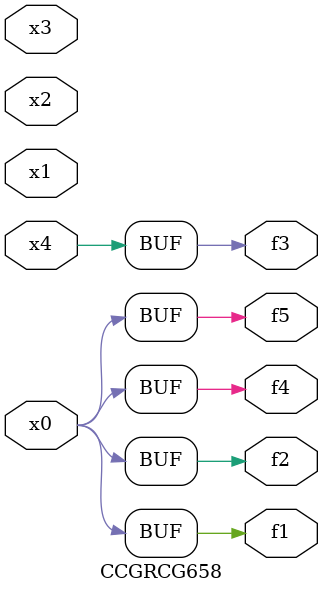
<source format=v>
module CCGRCG658(
	input x0, x1, x2, x3, x4,
	output f1, f2, f3, f4, f5
);
	assign f1 = x0;
	assign f2 = x0;
	assign f3 = x4;
	assign f4 = x0;
	assign f5 = x0;
endmodule

</source>
